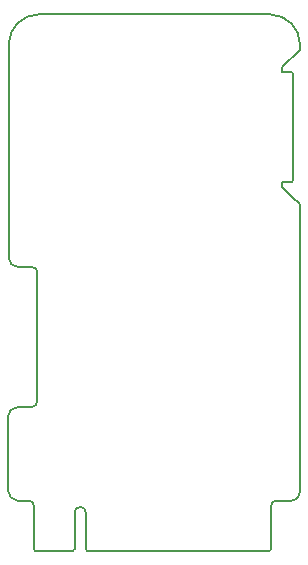
<source format=gbr>
%TF.GenerationSoftware,Altium Limited,Altium Designer,19.0.4 (130)*%
G04 Layer_Color=16711935*
%FSLAX26Y26*%
%MOIN*%
%TF.FileFunction,Other,Mechanical_1*%
%TF.Part,Single*%
G01*
G75*
%TA.AperFunction,NonConductor*%
%ADD93C,0.005000*%
D93*
X3188754Y1210487D02*
G03*
X3219722Y1176564I33349J-653D01*
G01*
X3188755Y1210544D02*
G03*
X3188754Y1210487I33348J-710D01*
G01*
X3188485Y1458351D02*
G03*
X3188754Y1456731I5015J0D01*
G01*
X3218500Y1488366D02*
G03*
X3188485Y1458351I0J-30015D01*
G01*
X3266399Y1488787D02*
G03*
X3264486Y1488366I101J-5014D01*
G01*
X3266399Y1488787D02*
G03*
X3285982Y1508768I-402J19981D01*
G01*
X3286387Y1938553D02*
G03*
X3285982Y1936578I4609J-1976D01*
G01*
X3286387Y1938553D02*
G03*
X3267407Y1956542I-19887J-1976D01*
G01*
X3266231Y1956402D02*
G03*
X3267407Y1956542I0J5015D01*
G01*
X3220635Y1956403D02*
G03*
X3220684Y1956402I50J5015D01*
G01*
X3220184Y1956382D02*
G03*
X3220635Y1956403I0J5015D01*
G01*
X3190485Y1986082D02*
G03*
X3220184Y1956382I29700J0D01*
G01*
X3190572Y2699309D02*
G03*
X3190485Y2698376I4928J-933D01*
G01*
X3290701Y2798015D02*
G03*
X3190573Y2699309I0J-100139D01*
G01*
X4161452Y2698000D02*
G03*
X4061437Y2798015I-100015J0D01*
G01*
X4159966Y2680231D02*
G03*
X4161452Y2683794I-3529J3563D01*
G01*
X4138450Y2600160D02*
G03*
X4133435Y2605175I-5015J0D01*
G01*
Y2240845D02*
G03*
X4138450Y2245860I0J5015D01*
G01*
X4136356Y2188379D02*
G03*
X4136339Y2188396I-3546J-3546D01*
G01*
X4136373Y2188362D02*
G03*
X4136356Y2188379I-3563J-3529D01*
G01*
X4161452Y2161206D02*
G03*
X4159966Y2164769I-5015J0D01*
G01*
X4161451Y1208687D02*
G03*
X4161452Y1208794I-5014J107D01*
G01*
X4127450Y1176048D02*
G03*
X4161451Y1208687I653J33349D01*
G01*
X4127393Y1176049D02*
G03*
X4127450Y1176048I710J33348D01*
G01*
X4080275D02*
G03*
X4065605Y1161378I0J-14670D01*
G01*
X4065573Y1160812D02*
G03*
X4065605Y1161378I-4983J566D01*
G01*
X4065646Y1159959D02*
G03*
X4065573Y1160812I-5015J0D01*
G01*
X4059582Y1010096D02*
G03*
X4065646Y1015000I1049J4904D01*
G01*
X3447305Y1015111D02*
G03*
X3452320Y1010096I5015J0D01*
G01*
X3447305Y1137756D02*
G03*
X3428698Y1156363I-18607J0D01*
G01*
D02*
G03*
X3410091Y1137756I0J-18607D01*
G01*
X3409898Y1136378D02*
G03*
X3410091Y1137756I-4822J1378D01*
G01*
Y1135000D02*
G03*
X3409898Y1136378I-5015J0D01*
G01*
X3405076Y1010030D02*
G03*
X3410091Y1015045I0J5015D01*
G01*
X3273985Y1015000D02*
G03*
X3279670Y1010030I5015J0D01*
G01*
X3274059Y1162143D02*
G03*
X3273985Y1161285I4941J-858D01*
G01*
X3274059Y1162143D02*
G03*
X3259409Y1176048I-14650J-766D01*
G01*
X3219722Y1176564D02*
G03*
X3221937Y1176048I2215J4499D01*
G01*
X3188754Y1210487D02*
X3188755Y1210544D01*
X3188754Y1210487D02*
Y1456731D01*
X3218500Y1488366D02*
X3264486D01*
X3285982Y1508768D02*
Y1936578D01*
X3267407Y1956542D02*
Y1956542D01*
X3220684Y1956402D02*
X3266231D01*
X3220635Y1956403D02*
X3220635D01*
X3190485Y1986082D02*
Y2698376D01*
X3190572Y2699309D02*
X3190573D01*
X3290701Y2798015D02*
X4061437Y2798015D01*
X4161452Y2683794D02*
Y2698000D01*
X4159966Y2680231D02*
X4159983Y2680248D01*
X4102658Y2622923D02*
X4159983Y2680248D01*
X4102658Y2605175D02*
Y2622923D01*
Y2605175D02*
X4133435D01*
X4138450Y2245860D02*
Y2600160D01*
X4102658Y2240845D02*
X4133435D01*
X4102658Y2222077D02*
Y2240845D01*
Y2222077D02*
X4136373Y2188362D01*
X4136339Y2188396D02*
X4136373Y2188362D01*
X4159983Y2164752D01*
X4159966Y2164769D02*
X4159983Y2164752D01*
X4161452Y1208794D02*
Y2161206D01*
X4127393Y1176049D02*
X4127450Y1176048D01*
X4080275D02*
X4127450D01*
X4065573Y1160812D02*
X4065573Y1160812D01*
X4065646Y1015000D02*
Y1159959D01*
X3452320Y1010096D02*
X4059582D01*
X3447305Y1015111D02*
Y1137756D01*
X3410091Y1015045D02*
Y1135000D01*
X3279670Y1010030D02*
X3405076D01*
X3273985Y1015000D02*
Y1161285D01*
X3221937Y1176048D02*
X3259409D01*
%TF.MD5,7f045de69b905d2838ad7cd430ba993b*%
M02*

</source>
